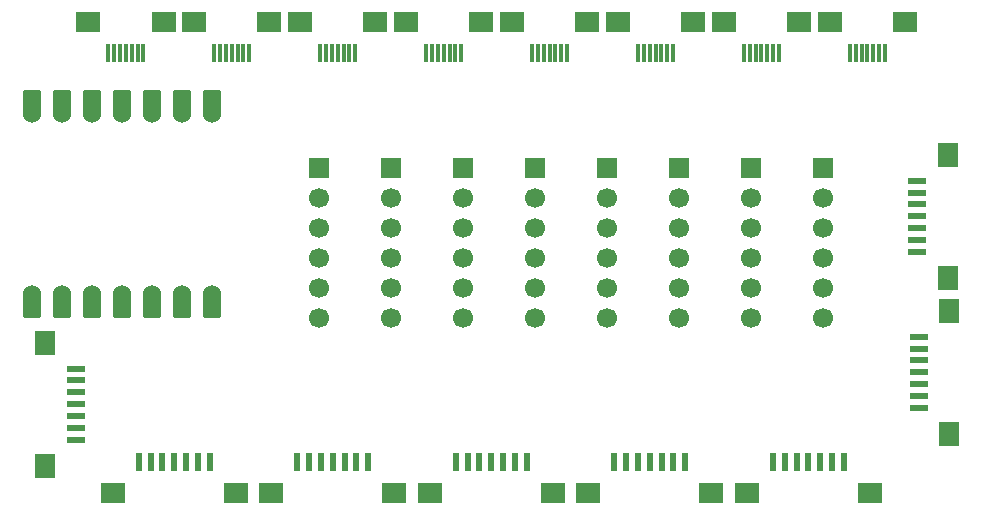
<source format=gbr>
%TF.GenerationSoftware,KiCad,Pcbnew,9.0.2*%
%TF.CreationDate,2025-08-25T15:59:26+09:00*%
%TF.ProjectId,imu_controller_board,696d755f-636f-46e7-9472-6f6c6c65725f,rev?*%
%TF.SameCoordinates,Original*%
%TF.FileFunction,Soldermask,Top*%
%TF.FilePolarity,Negative*%
%FSLAX46Y46*%
G04 Gerber Fmt 4.6, Leading zero omitted, Abs format (unit mm)*
G04 Created by KiCad (PCBNEW 9.0.2) date 2025-08-25 15:59:26*
%MOMM*%
%LPD*%
G01*
G04 APERTURE LIST*
G04 Aperture macros list*
%AMRoundRect*
0 Rectangle with rounded corners*
0 $1 Rounding radius*
0 $2 $3 $4 $5 $6 $7 $8 $9 X,Y pos of 4 corners*
0 Add a 4 corners polygon primitive as box body*
4,1,4,$2,$3,$4,$5,$6,$7,$8,$9,$2,$3,0*
0 Add four circle primitives for the rounded corners*
1,1,$1+$1,$2,$3*
1,1,$1+$1,$4,$5*
1,1,$1+$1,$6,$7*
1,1,$1+$1,$8,$9*
0 Add four rect primitives between the rounded corners*
20,1,$1+$1,$2,$3,$4,$5,0*
20,1,$1+$1,$4,$5,$6,$7,0*
20,1,$1+$1,$6,$7,$8,$9,0*
20,1,$1+$1,$8,$9,$2,$3,0*%
G04 Aperture macros list end*
%ADD10R,0.350000X1.500000*%
%ADD11R,2.000000X1.700000*%
%ADD12R,0.500000X1.500000*%
%ADD13R,1.700000X1.700000*%
%ADD14C,1.700000*%
%ADD15R,1.500000X0.500000*%
%ADD16R,1.700000X2.000000*%
%ADD17RoundRect,0.152400X-0.609600X1.063600X-0.609600X-1.063600X0.609600X-1.063600X0.609600X1.063600X0*%
%ADD18C,1.524000*%
%ADD19RoundRect,0.152400X0.609600X-1.063600X0.609600X1.063600X-0.609600X1.063600X-0.609600X-1.063600X0*%
G04 APERTURE END LIST*
D10*
%TO.C,CS6_0.5*%
X120257143Y-75438500D03*
X120757143Y-75438500D03*
X121257143Y-75438500D03*
X121757143Y-75438500D03*
X122257143Y-75438500D03*
X122757143Y-75438500D03*
X123257143Y-75438500D03*
D11*
X124957143Y-72838500D03*
X118557143Y-72838500D03*
%TD*%
D12*
%TO.C,CS3_1.0*%
X91425000Y-110100000D03*
X92425000Y-110100000D03*
X93425000Y-110100000D03*
X94425000Y-110100000D03*
X95425000Y-110100000D03*
X96425000Y-110100000D03*
X97425000Y-110100000D03*
D11*
X99625000Y-112700000D03*
X89225000Y-112700000D03*
%TD*%
D13*
%TO.C,J1*%
X93300000Y-85180000D03*
D14*
X93300000Y-87720000D03*
X93300000Y-90260000D03*
X93300000Y-92800000D03*
X93300000Y-95340000D03*
X93300000Y-97880000D03*
%TD*%
D13*
%TO.C,J2*%
X99385714Y-85180000D03*
D14*
X99385714Y-87720000D03*
X99385714Y-90260000D03*
X99385714Y-92800000D03*
X99385714Y-95340000D03*
X99385714Y-97880000D03*
%TD*%
D13*
%TO.C,J3*%
X105471429Y-85180000D03*
D14*
X105471429Y-87720000D03*
X105471429Y-90260000D03*
X105471429Y-92800000D03*
X105471429Y-95340000D03*
X105471429Y-97880000D03*
%TD*%
D13*
%TO.C,J8*%
X135900000Y-85180000D03*
D14*
X135900000Y-87720000D03*
X135900000Y-90260000D03*
X135900000Y-92800000D03*
X135900000Y-95340000D03*
X135900000Y-97880000D03*
%TD*%
D13*
%TO.C,J7*%
X129814286Y-85180000D03*
D14*
X129814286Y-87720000D03*
X129814286Y-90260000D03*
X129814286Y-92800000D03*
X129814286Y-95340000D03*
X129814286Y-97880000D03*
%TD*%
D13*
%TO.C,J6*%
X123728571Y-85180000D03*
D14*
X123728571Y-87720000D03*
X123728571Y-90260000D03*
X123728571Y-92800000D03*
X123728571Y-95340000D03*
X123728571Y-97880000D03*
%TD*%
D13*
%TO.C,J5*%
X117642857Y-85180000D03*
D14*
X117642857Y-87720000D03*
X117642857Y-90260000D03*
X117642857Y-92800000D03*
X117642857Y-95340000D03*
X117642857Y-97880000D03*
%TD*%
D13*
%TO.C,J4*%
X111557143Y-85180000D03*
D14*
X111557143Y-87720000D03*
X111557143Y-90260000D03*
X111557143Y-92800000D03*
X111557143Y-95340000D03*
X111557143Y-97880000D03*
%TD*%
D10*
%TO.C,CS7_0.5*%
X129228571Y-75438500D03*
X129728571Y-75438500D03*
X130228571Y-75438500D03*
X130728571Y-75438500D03*
X131228571Y-75438500D03*
X131728571Y-75438500D03*
X132228571Y-75438500D03*
D11*
X133928571Y-72838500D03*
X127528571Y-72838500D03*
%TD*%
D15*
%TO.C,CS7_1.0*%
X144025000Y-105500000D03*
X144025000Y-104500000D03*
X144025000Y-103500000D03*
X144025000Y-102500000D03*
X144025000Y-101500000D03*
X144025000Y-100500000D03*
X144025000Y-99500000D03*
D16*
X146625000Y-97300000D03*
X146625000Y-107700000D03*
%TD*%
D12*
%TO.C,CS5_1.0*%
X118275000Y-110100000D03*
X119275000Y-110100000D03*
X120275000Y-110100000D03*
X121275000Y-110100000D03*
X122275000Y-110100000D03*
X123275000Y-110100000D03*
X124275000Y-110100000D03*
D11*
X126475000Y-112700000D03*
X116075000Y-112700000D03*
%TD*%
D10*
%TO.C,CS3_0.5*%
X93342857Y-75438500D03*
X93842857Y-75438500D03*
X94342857Y-75438500D03*
X94842857Y-75438500D03*
X95342857Y-75438500D03*
X95842857Y-75438500D03*
X96342857Y-75438500D03*
D11*
X98042857Y-72838500D03*
X91642857Y-72838500D03*
%TD*%
D10*
%TO.C,CS4_0.5*%
X102314286Y-75438500D03*
X102814286Y-75438500D03*
X103314286Y-75438500D03*
X103814286Y-75438500D03*
X104314286Y-75438500D03*
X104814286Y-75438500D03*
X105314286Y-75438500D03*
D11*
X107014286Y-72838500D03*
X100614286Y-72838500D03*
%TD*%
D17*
%TO.C,U1*%
X69000000Y-96735000D03*
D18*
X69000000Y-95900000D03*
D17*
X71540000Y-96735000D03*
D18*
X71540000Y-95900000D03*
D17*
X74080000Y-96735000D03*
D18*
X74080000Y-95900000D03*
D17*
X76620000Y-96735000D03*
D18*
X76620000Y-95900000D03*
D17*
X79160000Y-96735000D03*
D18*
X79160000Y-95900000D03*
D17*
X81700000Y-96735000D03*
D18*
X81700000Y-95900000D03*
D17*
X84240000Y-96735000D03*
D18*
X84240000Y-95900000D03*
X84240000Y-80660000D03*
D19*
X84240000Y-79825000D03*
D18*
X81700000Y-80660000D03*
D19*
X81700000Y-79825000D03*
D18*
X79160000Y-80660000D03*
D19*
X79160000Y-79825000D03*
D18*
X76620000Y-80660000D03*
D19*
X76620000Y-79825000D03*
D18*
X74080000Y-80660000D03*
D19*
X74080000Y-79825000D03*
D18*
X71540000Y-80660000D03*
D19*
X71540000Y-79825000D03*
D18*
X69000000Y-80660000D03*
D19*
X69000000Y-79825000D03*
%TD*%
D12*
%TO.C,CS2_1.0*%
X78000000Y-110100000D03*
X79000000Y-110100000D03*
X80000000Y-110100000D03*
X81000000Y-110100000D03*
X82000000Y-110100000D03*
X83000000Y-110100000D03*
X84000000Y-110100000D03*
D11*
X86200000Y-112700000D03*
X75800000Y-112700000D03*
%TD*%
D12*
%TO.C,CS6_1.0*%
X131700000Y-110100000D03*
X132700000Y-110100000D03*
X133700000Y-110100000D03*
X134700000Y-110100000D03*
X135700000Y-110100000D03*
X136700000Y-110100000D03*
X137700000Y-110100000D03*
D11*
X139900000Y-112700000D03*
X129500000Y-112700000D03*
%TD*%
D10*
%TO.C,CS8_0.5*%
X138200000Y-75438500D03*
X138700000Y-75438500D03*
X139200000Y-75438500D03*
X139700000Y-75438500D03*
X140200000Y-75438500D03*
X140700000Y-75438500D03*
X141200000Y-75438500D03*
D11*
X142900000Y-72838500D03*
X136500000Y-72838500D03*
%TD*%
D15*
%TO.C,CS1_1.0*%
X72700000Y-102200000D03*
X72700000Y-103200000D03*
X72700000Y-104200000D03*
X72700000Y-105200000D03*
X72700000Y-106200000D03*
X72700000Y-107200000D03*
X72700000Y-108200000D03*
D16*
X70100000Y-110400000D03*
X70100000Y-100000000D03*
%TD*%
D10*
%TO.C,CS2_0.5*%
X84371429Y-75438500D03*
X84871429Y-75438500D03*
X85371429Y-75438500D03*
X85871429Y-75438500D03*
X86371429Y-75438500D03*
X86871429Y-75438500D03*
X87371429Y-75438500D03*
D11*
X89071429Y-72838500D03*
X82671429Y-72838500D03*
%TD*%
D10*
%TO.C,CS1_0.5*%
X75400000Y-75438500D03*
X75900000Y-75438500D03*
X76400000Y-75438500D03*
X76900000Y-75438500D03*
X77400000Y-75438500D03*
X77900000Y-75438500D03*
X78400000Y-75438500D03*
D11*
X80100000Y-72838500D03*
X73700000Y-72838500D03*
%TD*%
D15*
%TO.C,CS8_1.0*%
X143925000Y-92300000D03*
X143925000Y-91300000D03*
X143925000Y-90300000D03*
X143925000Y-89300000D03*
X143925000Y-88300000D03*
X143925000Y-87300000D03*
X143925000Y-86300000D03*
D16*
X146525000Y-84100000D03*
X146525000Y-94500000D03*
%TD*%
D10*
%TO.C,CS5_0.5*%
X111285714Y-75438500D03*
X111785714Y-75438500D03*
X112285714Y-75438500D03*
X112785714Y-75438500D03*
X113285714Y-75438500D03*
X113785714Y-75438500D03*
X114285714Y-75438500D03*
D11*
X115985714Y-72838500D03*
X109585714Y-72838500D03*
%TD*%
D12*
%TO.C,CS4_1.0*%
X104850000Y-110100000D03*
X105850000Y-110100000D03*
X106850000Y-110100000D03*
X107850000Y-110100000D03*
X108850000Y-110100000D03*
X109850000Y-110100000D03*
X110850000Y-110100000D03*
D11*
X113050000Y-112700000D03*
X102650000Y-112700000D03*
%TD*%
M02*

</source>
